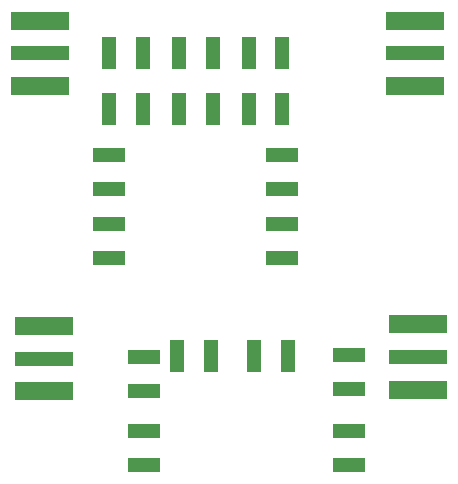
<source format=gbr>
%TF.GenerationSoftware,Altium Limited,Altium Designer,20.0.10 (225)*%
G04 Layer_Color=8421504*
%FSLAX26Y26*%
%MOIN*%
%TF.FileFunction,Paste,Top*%
%TF.Part,CustomerPanel*%
G01*
G75*
%TA.AperFunction,SMDPad,CuDef*%
%ADD10R,0.106299X0.049213*%
%ADD11R,0.049213X0.106299*%
%ADD12R,0.196850X0.047244*%
%ADD13R,0.196850X0.062992*%
%TA.AperFunction,ConnectorPad*%
%ADD16R,0.196850X0.047244*%
%ADD17R,0.196850X0.062992*%
D10*
X3122716Y3922280D02*
D03*
Y3810075D02*
D03*
Y3692280D02*
D03*
Y3580075D02*
D03*
X2547716Y3692280D02*
D03*
Y3580075D02*
D03*
Y3922280D02*
D03*
Y3810075D02*
D03*
X3345827Y3254055D02*
D03*
Y3141850D02*
D03*
Y3000682D02*
D03*
Y2888477D02*
D03*
X2662441Y3000682D02*
D03*
Y2888477D02*
D03*
Y3249210D02*
D03*
Y3137005D02*
D03*
D11*
X3124921Y4261177D02*
D03*
X3012716D02*
D03*
X3124921Y4076177D02*
D03*
X3012716D02*
D03*
X2892421D02*
D03*
X2780216D02*
D03*
X2892421Y4261177D02*
D03*
X2780216D02*
D03*
X2659921Y4076177D02*
D03*
X2547716D02*
D03*
X2659921Y4261177D02*
D03*
X2547716D02*
D03*
X3143032Y3251890D02*
D03*
X3030827D02*
D03*
X2886929D02*
D03*
X2774724D02*
D03*
D12*
X3565590Y4261177D02*
D03*
X2318346D02*
D03*
X2330827Y3242835D02*
D03*
D13*
X3565590Y4370232D02*
D03*
Y4152122D02*
D03*
X2318346D02*
D03*
Y4370232D02*
D03*
X2330827Y3133780D02*
D03*
Y3351890D02*
D03*
D16*
X3577402Y3249071D02*
D03*
D17*
Y3358126D02*
D03*
Y3140016D02*
D03*
%TF.MD5,4c43f300e7946bb8d230e1d20e82d64b*%
M02*

</source>
